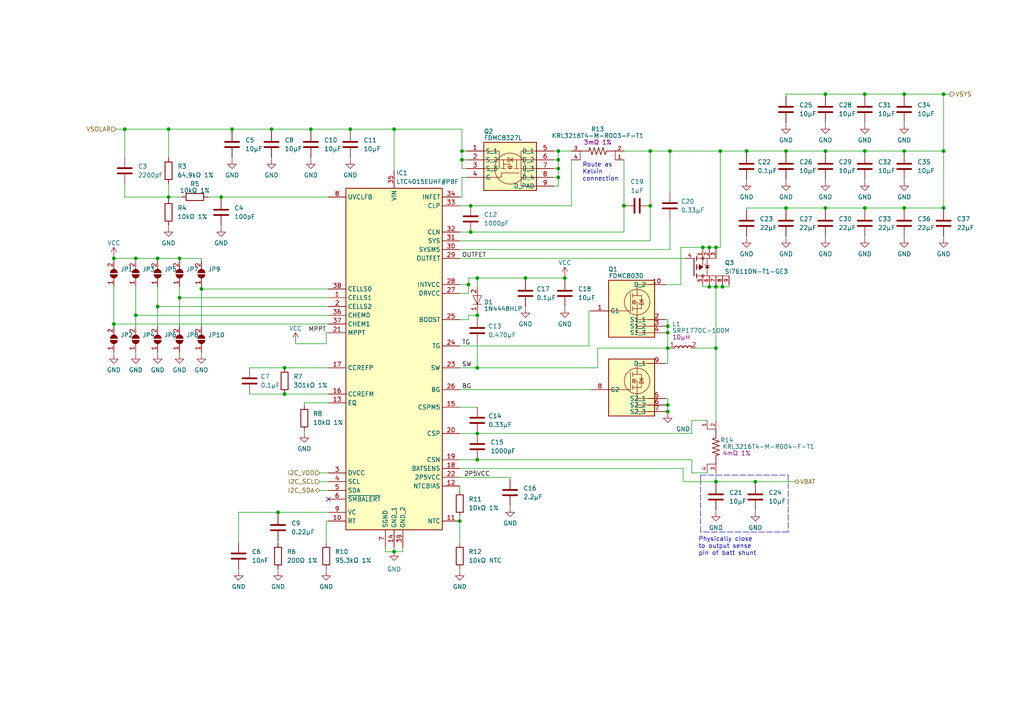
<source format=kicad_sch>
(kicad_sch (version 20211123) (generator eeschema)
  (paper "A4")
  (title_block (title "Walter Feels") (date "2023-10-06") (rev "2.0") (company "DPTechnics BV") (comment 1 "Checked by: Jonas Maes") (comment 2 "Engineer: Daan Pape") (comment 3 "License: GPLv3"))
  (lib_symbols
    (symbol "1N4448HLP-7:1N4448HLP-7" (pin_names hide)
      (property "Reference" "D?" (at -5.08 5.08 0))
      (property "Value" "1N4448HLP-7" (at 0.635 3.175 0))
      (property "JLCPCB" "C154874" (at -2.54 -3.175 0))
      (symbol "1N4448HLP-7_1_1"
        (pin passive line (at -3.81 0 0) (length 2.54) (name "K") (number "1"))
        (pin passive line (at 3.81 0 180) (length 2.54) (name "A") (number "2"))
      )
    )
    (symbol "Device:C" (pin_numbers hide) (pin_names (offset 0.254))
      (property "Reference" "C" (at 0.635 2.54 0))
      (property "Value" "C" (at 0.635 -2.54 0))
      (symbol "C_1_1"
        (pin passive line (at 0 3.81 270) (length 2.794) (name "~") (number "1"))
        (pin passive line (at 0 -3.81 90) (length 2.794) (name "~") (number "2"))
      )
    )
    (symbol "Device:R" (pin_numbers hide) (pin_names (offset 0))
      (property "Reference" "R" (at 2.032 0 90))
      (property "Value" "R" (at 0 0 90))
      (symbol "R_1_1"
        (pin passive line (at 0 3.81 270) (length 1.27) (name "~") (number "1"))
        (pin passive line (at 0 -3.81 90) (length 1.27) (name "~") (number "2"))
      )
    )
    (symbol "FDMC8030:FDMC8030"
      (property "Reference" "Q?" (at -5.08 22.86 0))
      (property "Value" "FDMC8030" (at -1.27 20.955 0))
      (symbol "FDMC8030_1_1"
        (pin passive line (at -11.43 10.795 0) (length 5.08) (name "G1") (number "1"))
        (pin passive line (at 10.16 18.415 180) (length 5.08) (name "D_2") (number "10"))
        (pin passive line (at 10.16 8.255 180) (length 5.08) (name "S1_1") (number "2"))
        (pin passive line (at 10.16 6.35 180) (length 5.08) (name "S1_2") (number "3"))
        (pin passive line (at 10.16 4.445 180) (length 5.08) (name "S1_3") (number "4"))
        (pin passive line (at 10.16 -14.605 180) (length 5.08) (name "S2_1") (number "5"))
        (pin passive line (at 10.16 -16.51 180) (length 5.08) (name "S2_2") (number "6"))
        (pin passive line (at 10.16 -18.415 180) (length 5.08) (name "S2_3") (number "7"))
        (pin passive line (at -11.43 -12.065 0) (length 5.08) (name "G2") (number "8"))
        (pin passive line (at 10.16 -4.445 180) (length 5.08) (name "D_1") (number "9"))
      )
    )
    (symbol "FDMC8327L:FDMC8327L"
      (property "Reference" "Q2" (at 5.08 5.715 0))
      (property "Value" "FDMC8327L" (at 5.08 3.81 0))
      (symbol "FDMC8327L_1_1"
        (pin passive line (at 0 0 0) (length 5.08) (name "S_1") (number "1"))
        (pin passive line (at 0 -2.54 0) (length 5.08) (name "S_2") (number "2"))
        (pin passive line (at 0 -5.08 0) (length 5.08) (name "S_3") (number "3"))
        (pin passive line (at 0 -7.62 0) (length 5.08) (name "G") (number "4"))
        (pin passive line (at 25.4 0 180) (length 5.08) (name "D_1") (number "5"))
        (pin passive line (at 25.4 -2.54 180) (length 5.08) (name "D_2") (number "6"))
        (pin passive line (at 25.4 -5.08 180) (length 5.08) (name "D_3") (number "7"))
        (pin passive line (at 25.4 -7.62 180) (length 5.08) (name "D_4") (number "8"))
        (pin passive line (at 25.4 -10.16 180) (length 5.08) (name "D_PAD") (number "9"))
      )
    )
    (symbol "Jumper:SolderJumper_2_Open" (pin_names (offset 0) hide)
      (property "Reference" "JP" (at 0 2.032 0))
      (property "Value" "SolderJumper_2_Open" (at 0 -2.54 0))
      (symbol "SolderJumper_2_Open_1_1"
        (pin passive line (at -3.81 0 0) (length 2.54) (name "A") (number "1"))
        (pin passive line (at 3.81 0 180) (length 2.54) (name "B") (number "2"))
      )
    )
    (symbol "KRL3216T4-M-R003-F-T1:KRL3216T4-M-R003-F-T1" (pin_names (offset 1.016))
      (property "Reference" "R" (at -6.35 -3.175 0))
      (property "Value" "KRL3216T4-M-R003-F-T1" (at -6.35 -5.08 0))
      (symbol "KRL3216T4-M-R003-F-T1_0_0"
        (pin passive line (at -7.62 2.54 0) (length 2.54) (name "~") (number "1"))
        (pin passive line (at -7.62 0 0) (length 2.54) (name "~") (number "2"))
        (pin passive line (at 7.62 0 180) (length 2.54) (name "~") (number "3"))
        (pin passive line (at 7.62 2.54 180) (length 2.54) (name "~") (number "4"))
      )
    )
    (symbol "LTC4015EUHF#PBF:LTC4015EUHF#PBF"
      (property "Reference" "IC**" (at -11.43 49.53 0))
      (property "Value" "LTC4015EUHF#PBF" (at -2.54 6.35 90))
      (symbol "LTC4015EUHF#PBF_1_1"
        (pin input line (at -19.05 16.51 0) (length 5.08) (name "CELLS1") (number "1"))
        (pin input line (at -19.05 -48.26 0) (length 5.08) (name "RT") (number "10"))
        (pin input line (at 19.05 -48.26 180) (length 5.08) (name "NTC") (number "11"))
        (pin output line (at 19.05 -38.1 180) (length 5.08) (name "NTCBIAS") (number "12"))
        (pin input line (at -19.05 -13.97 0) (length 5.08) (name "EQ") (number "13"))
        (pin power_in line (at 0 -55.88 90) (length 5.08) (name "GND_1") (number "14"))
        (pin input line (at 19.05 -15.24 180) (length 5.08) (name "CSPM5") (number "15"))
        (pin input line (at -19.05 -11.43 0) (length 5.08) (name "CCREFM") (number "16"))
        (pin input line (at -19.05 -3.81 0) (length 5.08) (name "CCREFP") (number "17"))
        (pin input line (at 19.05 -33.02 180) (length 5.08) (name "BATSENS") (number "18"))
        (pin input line (at 19.05 -30.48 180) (length 5.08) (name "CSN") (number "19"))
        (pin input line (at -19.05 13.97 0) (length 5.08) (name "CELLS2") (number "2"))
        (pin input line (at 19.05 -22.86 180) (length 5.08) (name "CSP") (number "20"))
        (pin input line (at -19.05 6.35 0) (length 5.08) (name "MPPT") (number "21"))
        (pin input line (at 19.05 -35.56 180) (length 5.08) (name "2P5VCC") (number "22"))
        (pin output line (at 19.05 -3.81 180) (length 5.08) (name "SW") (number "23"))
        (pin output line (at 19.05 2.54 180) (length 5.08) (name "TG") (number "24"))
        (pin output line (at 19.05 10.16 180) (length 5.08) (name "BOOST") (number "25"))
        (pin output line (at 19.05 -10.16 180) (length 5.08) (name "BG") (number "26"))
        (pin input line (at 19.05 17.78 180) (length 5.08) (name "DRVCC") (number "27"))
        (pin output line (at 19.05 20.32 180) (length 5.08) (name "INTVCC") (number "28"))
        (pin output line (at 19.05 27.94 180) (length 5.08) (name "OUTFET") (number "29"))
        (pin input line (at -19.05 -34.29 0) (length 5.08) (name "DVCC") (number "3"))
        (pin input line (at 19.05 30.48 180) (length 5.08) (name "SYSM5") (number "30"))
        (pin input line (at 19.05 33.02 180) (length 5.08) (name "SYS") (number "31"))
        (pin input line (at 19.05 35.56 180) (length 5.08) (name "CLN") (number "32"))
        (pin input line (at 19.05 43.18 180) (length 5.08) (name "CLP") (number "33"))
        (pin output line (at 19.05 45.72 180) (length 5.08) (name "INFET") (number "34"))
        (pin power_in line (at 0 53.34 270) (length 5.08) (name "VIN") (number "35"))
        (pin input line (at -19.05 11.43 0) (length 5.08) (name "CHEM0") (number "36"))
        (pin input line (at -19.05 8.89 0) (length 5.08) (name "CHEM1") (number "37"))
        (pin input line (at -19.05 19.05 0) (length 5.08) (name "CELLS0") (number "38"))
        (pin power_in line (at 2.54 -55.88 90) (length 5.08) (name "GND_2") (number "39"))
        (pin input line (at -19.05 -36.83 0) (length 5.08) (name "SCL") (number "4"))
        (pin bidirectional line (at -19.05 -39.37 0) (length 5.08) (name "SDA") (number "5"))
        (pin output line (at -19.05 -41.91 0) (length 5.08) (name "~{SMBALERT}") (number "6"))
        (pin power_in line (at -2.54 -55.88 90) (length 5.08) (name "SGND") (number "7"))
        (pin input line (at -19.05 45.72 0) (length 5.08) (name "UVCLFB") (number "8"))
        (pin input line (at -19.05 -45.72 0) (length 5.08) (name "VC") (number "9"))
      )
    )
    (symbol "SI7611DN-T1-GE3:SI7611DN-T1-GE3" (pin_names (offset 1.016))
      (property "Reference" "Q3" (at 8.89 1.2701 0))
      (property "Value" "SI7611DN-T1-GE3" (at 8.89 -1.2699 0))
      (symbol "SI7611DN-T1-GE3_0_0"
        (pin passive line (at 2.54 5.08 270) (length 2.54) (name "~") (number "1"))
        (pin passive line (at 4.445 5.08 270) (length 2.54) (name "~") (number "2"))
        (pin passive line (at 6.35 5.08 270) (length 2.54) (name "~") (number "3"))
        (pin passive line (at -2.54 2.54 0) (length 2.54) (name "~") (number "4"))
        (pin passive line (at 2.54 -5.08 90) (length 2.54) (name "~") (number "5"))
        (pin passive line (at 4.445 -5.08 90) (length 2.54) (name "~") (number "6"))
        (pin passive line (at 6.35 -5.08 90) (length 2.54) (name "~") (number "7"))
        (pin passive line (at 8.255 -5.08 90) (length 2.54) (name "~") (number "8"))
        (pin passive line (at 10.16 -5.08 90) (length 2.54) (name "~") (number "9"))
      )
    )
    (symbol "SRP1770C-100M:SRP1770C-100M" (pin_names hide)
      (property "Reference" "L" (at -3.81 6.985 0))
      (property "Value" "SRP1770C-100M" (at -3.81 5.08 0))
      (property "Inductance" "10µH" (at -3.81 3.175 0))
      (symbol "SRP1770C-100M_1_1"
        (pin passive line (at -3.81 0 0) (length 1.27) (name "1") (number "1"))
        (pin passive line (at 3.81 0 180) (length 1.27) (name "2") (number "2"))
      )
    )
    (symbol "power:GND" (power) (pin_names (offset 0))
      (property "Value" "GND" (at 0 -3.81 0))
      (symbol "GND_1_1"
        (pin power_in line (at 0 0 270) (length 0) hide (name "GND") (number "1"))
      )
    )
    (symbol "power:VCC" (power) (pin_names (offset 0))
      (property "Value" "VCC" (at 0 3.81 0))
      (symbol "VCC_1_1"
        (pin power_in line (at 0 0 90) (length 0) hide (name "VCC") (number "1"))
      )
    )
  )
  (junction (at 64.135 57.15))
  (junction (at 161.925 48.895))
  (junction (at 52.07 86.36))
  (junction (at 138.43 91.44))
  (junction (at 161.925 46.355))
  (junction (at 58.42 83.82))
  (junction (at 239.395 43.815))
  (junction (at 250.825 60.325))
  (junction (at 205.74 71.755))
  (junction (at 133.35 151.13))
  (junction (at 194.31 43.815))
  (junction (at 227.965 43.815))
  (junction (at 136.525 59.69))
  (junction (at 152.4 80.645))
  (junction (at 273.685 60.325))
  (junction (at 216.535 43.815))
  (junction (at 78.74 37.465))
  (junction (at 48.895 57.15))
  (junction (at 207.645 83.185))
  (junction (at 193.675 100.965))
  (junction (at 138.43 80.645))
  (junction (at 180.975 59.69))
  (junction (at 208.915 43.815))
  (junction (at 33.02 93.98))
  (junction (at 48.895 37.465))
  (junction (at 227.965 60.325))
  (junction (at 45.72 74.93))
  (junction (at 161.925 51.435))
  (junction (at 67.31 37.465))
  (junction (at 273.685 27.305))
  (junction (at 138.43 106.68))
  (junction (at 90.17 37.465))
  (junction (at 45.72 88.9))
  (junction (at 193.675 96.52))
  (junction (at 33.02 74.93))
  (junction (at 82.55 106.68))
  (junction (at 207.645 100.965))
  (junction (at 207.645 71.755))
  (junction (at 239.395 27.305))
  (junction (at 114.3 37.465))
  (junction (at 219.075 139.7))
  (junction (at 101.6 37.465))
  (junction (at 250.825 43.815))
  (junction (at 188.595 59.69))
  (junction (at 262.255 60.325))
  (junction (at 262.255 43.815))
  (junction (at 136.525 67.31))
  (junction (at 193.675 94.615))
  (junction (at 133.985 46.355))
  (junction (at 273.685 43.815))
  (junction (at 188.595 43.815))
  (junction (at 114.3 160.02))
  (junction (at 135.89 82.55))
  (junction (at 80.645 148.59))
  (junction (at 239.395 60.325))
  (junction (at 207.645 139.7))
  (junction (at 262.255 27.305))
  (junction (at 193.675 119.38))
  (junction (at 209.55 83.185))
  (junction (at 52.07 74.93))
  (junction (at 138.43 133.35))
  (junction (at 161.925 43.815))
  (junction (at 39.37 91.44))
  (junction (at 250.825 27.305))
  (junction (at 36.195 37.465))
  (junction (at 133.985 43.815))
  (junction (at 193.675 117.475))
  (junction (at 138.43 125.73))
  (junction (at 39.37 74.93))
  (junction (at 203.835 71.755))
  (junction (at 205.74 83.185))
  (junction (at 163.83 80.645))
  (junction (at 82.55 114.3))
  (no_connect (at 95.25 144.78))
  (wire (pts (xy 67.31 37.465) (xy 78.74 37.465)))
  (wire (pts (xy 138.43 106.68) (xy 173.355 106.68)))
  (wire (pts (xy 95.25 151.13) (xy 94.615 151.13)))
  (wire (pts (xy 200.66 137.16) (xy 200.66 133.35)))
  (wire (pts (xy 160.655 51.435) (xy 161.925 51.435)))
  (wire (pts (xy 39.37 83.185) (xy 39.37 91.44)))
  (wire (pts (xy 208.915 43.815) (xy 208.915 71.755)))
  (wire (pts (xy 239.395 60.96) (xy 239.395 60.325)))
  (polyline (pts (xy 203.2 139.065) (xy 203.2 137.795)))
  (wire (pts (xy 52.07 74.93) (xy 58.42 74.93)))
  (wire (pts (xy 133.35 133.35) (xy 138.43 133.35)))
  (wire (pts (xy 82.55 106.68) (xy 95.25 106.68)))
  (wire (pts (xy 194.31 43.815) (xy 208.915 43.815)))
  (wire (pts (xy 193.04 92.71) (xy 193.675 92.71)))
  (wire (pts (xy 52.705 57.15) (xy 48.895 57.15)))
  (wire (pts (xy 173.355 106.68) (xy 173.355 100.965)))
  (wire (pts (xy 201.93 100.965) (xy 207.645 100.965)))
  (wire (pts (xy 58.42 102.87) (xy 58.42 102.235)))
  (wire (pts (xy 133.35 125.73) (xy 138.43 125.73)))
  (wire (pts (xy 239.395 69.215) (xy 239.395 68.58)))
  (wire (pts (xy 133.985 37.465) (xy 114.3 37.465)))
  (wire (pts (xy 203.835 83.185) (xy 205.74 83.185)))
  (wire (pts (xy 52.07 74.93) (xy 52.07 75.565)))
  (wire (pts (xy 170.815 100.33) (xy 170.815 90.17)))
  (wire (pts (xy 211.455 82.55) (xy 211.455 83.185)))
  (wire (pts (xy 90.17 37.465) (xy 101.6 37.465)))
  (wire (pts (xy 111.76 158.75) (xy 111.76 160.02)))
  (wire (pts (xy 188.595 43.815) (xy 194.31 43.815)))
  (wire (pts (xy 160.655 46.355) (xy 161.925 46.355)))
  (wire (pts (xy 273.685 43.815) (xy 273.685 60.325)))
  (wire (pts (xy 273.685 69.215) (xy 273.685 68.58)))
  (wire (pts (xy 198.12 139.7) (xy 198.12 135.89)))
  (wire (pts (xy 133.35 59.69) (xy 136.525 59.69)))
  (wire (pts (xy 138.43 90.805) (xy 138.43 91.44)))
  (wire (pts (xy 193.675 96.52) (xy 193.675 100.965)))
  (wire (pts (xy 193.04 115.57) (xy 193.675 115.57)))
  (wire (pts (xy 193.04 119.38) (xy 193.675 119.38)))
  (wire (pts (xy 273.685 60.325) (xy 262.255 60.325)))
  (wire (pts (xy 95.25 116.84) (xy 88.265 116.84)))
  (wire (pts (xy 207.645 83.185) (xy 209.55 83.185)))
  (wire (pts (xy 161.925 43.815) (xy 165.735 43.815)))
  (wire (pts (xy 52.07 83.185) (xy 52.07 86.36)))
  (wire (pts (xy 48.895 53.34) (xy 48.895 57.15)))
  (wire (pts (xy 80.645 165.735) (xy 80.645 165.1)))
  (wire (pts (xy 216.535 43.815) (xy 227.965 43.815)))
  (wire (pts (xy 188.595 43.815) (xy 188.595 59.69)))
  (wire (pts (xy 262.255 52.705) (xy 262.255 52.07)))
  (wire (pts (xy 193.675 105.41) (xy 193.04 105.41)))
  (wire (pts (xy 133.985 46.355) (xy 133.985 43.815)))
  (wire (pts (xy 250.825 60.96) (xy 250.825 60.325)))
  (wire (pts (xy 227.965 44.45) (xy 227.965 43.815)))
  (polyline (pts (xy 228.6 154.305) (xy 203.2 154.305)))
  (wire (pts (xy 205.74 83.185) (xy 207.645 83.185)))
  (wire (pts (xy 33.655 37.465) (xy 36.195 37.465)))
  (wire (pts (xy 262.255 44.45) (xy 262.255 43.815)))
  (wire (pts (xy 193.04 94.615) (xy 193.675 94.615)))
  (wire (pts (xy 133.35 69.85) (xy 188.595 69.85)))
  (wire (pts (xy 160.655 48.895) (xy 161.925 48.895)))
  (wire (pts (xy 33.02 74.93) (xy 39.37 74.93)))
  (wire (pts (xy 188.595 69.85) (xy 188.595 59.69)))
  (wire (pts (xy 72.39 114.3) (xy 82.55 114.3)))
  (wire (pts (xy 197.485 71.755) (xy 203.835 71.755)))
  (wire (pts (xy 114.3 160.02) (xy 116.84 160.02)))
  (wire (pts (xy 80.645 157.48) (xy 80.645 156.845)))
  (wire (pts (xy 161.925 43.815) (xy 161.925 46.355)))
  (wire (pts (xy 262.255 27.305) (xy 273.685 27.305)))
  (wire (pts (xy 163.83 89.535) (xy 163.83 88.9)))
  (wire (pts (xy 39.37 102.87) (xy 39.37 102.235)))
  (wire (pts (xy 227.965 36.195) (xy 227.965 35.56)))
  (wire (pts (xy 138.43 125.73) (xy 200.66 125.73)))
  (wire (pts (xy 193.675 115.57) (xy 193.675 117.475)))
  (wire (pts (xy 133.35 57.15) (xy 133.985 57.15)))
  (wire (pts (xy 205.105 137.16) (xy 200.66 137.16)))
  (wire (pts (xy 193.675 117.475) (xy 193.675 119.38)))
  (wire (pts (xy 39.37 75.565) (xy 39.37 74.93)))
  (wire (pts (xy 133.985 57.15) (xy 133.985 51.435)))
  (wire (pts (xy 101.6 38.1) (xy 101.6 37.465)))
  (wire (pts (xy 208.915 43.815) (xy 216.535 43.815)))
  (wire (pts (xy 216.535 69.215) (xy 216.535 68.58)))
  (wire (pts (xy 209.55 83.185) (xy 211.455 83.185)))
  (wire (pts (xy 39.37 74.93) (xy 45.72 74.93)))
  (wire (pts (xy 250.825 69.215) (xy 250.825 68.58)))
  (wire (pts (xy 92.71 137.16) (xy 95.25 137.16)))
  (wire (pts (xy 133.35 100.33) (xy 170.815 100.33)))
  (wire (pts (xy 90.17 38.1) (xy 90.17 37.465)))
  (wire (pts (xy 135.89 92.71) (xy 135.89 91.44)))
  (wire (pts (xy 133.35 138.43) (xy 147.955 138.43)))
  (wire (pts (xy 193.04 117.475) (xy 193.675 117.475)))
  (wire (pts (xy 33.02 93.98) (xy 95.25 93.98)))
  (wire (pts (xy 138.43 91.44) (xy 138.43 92.075)))
  (wire (pts (xy 250.825 27.305) (xy 262.255 27.305)))
  (wire (pts (xy 239.395 44.45) (xy 239.395 43.815)))
  (polyline (pts (xy 228.6 137.795) (xy 228.6 154.305)))
  (wire (pts (xy 133.35 67.31) (xy 136.525 67.31)))
  (wire (pts (xy 152.4 89.535) (xy 152.4 88.9)))
  (wire (pts (xy 262.255 43.815) (xy 273.685 43.815)))
  (wire (pts (xy 114.3 37.465) (xy 114.3 49.53)))
  (wire (pts (xy 262.255 27.305) (xy 262.255 27.94)))
  (wire (pts (xy 180.975 43.815) (xy 188.595 43.815)))
  (wire (pts (xy 227.965 60.325) (xy 216.535 60.325)))
  (wire (pts (xy 239.395 27.305) (xy 227.965 27.305)))
  (wire (pts (xy 133.985 43.815) (xy 135.255 43.815)))
  (wire (pts (xy 273.685 27.305) (xy 273.685 43.815)))
  (wire (pts (xy 94.615 96.52) (xy 94.615 99.695)))
  (wire (pts (xy 133.35 135.89) (xy 198.12 135.89)))
  (wire (pts (xy 133.35 140.97) (xy 133.35 142.24)))
  (wire (pts (xy 203.835 82.55) (xy 203.835 83.185)))
  (wire (pts (xy 90.17 45.72) (xy 90.17 46.355)))
  (wire (pts (xy 194.31 72.39) (xy 194.31 63.5)))
  (wire (pts (xy 239.395 43.815) (xy 227.965 43.815)))
  (wire (pts (xy 180.975 59.69) (xy 180.975 67.31)))
  (wire (pts (xy 95.25 88.9) (xy 45.72 88.9)))
  (wire (pts (xy 80.645 149.225) (xy 80.645 148.59)))
  (wire (pts (xy 135.89 80.645) (xy 135.89 82.55)))
  (wire (pts (xy 33.02 74.295) (xy 33.02 74.93)))
  (wire (pts (xy 69.215 165.735) (xy 69.215 165.1)))
  (wire (pts (xy 135.255 48.895) (xy 133.985 48.895)))
  (wire (pts (xy 227.965 69.215) (xy 227.965 68.58)))
  (wire (pts (xy 250.825 27.305) (xy 239.395 27.305)))
  (wire (pts (xy 262.255 69.215) (xy 262.255 68.58)))
  (wire (pts (xy 135.89 82.55) (xy 135.89 85.09)))
  (wire (pts (xy 85.725 99.695) (xy 94.615 99.695)))
  (wire (pts (xy 205.74 71.755) (xy 205.74 72.39)))
  (wire (pts (xy 48.895 37.465) (xy 67.31 37.465)))
  (wire (pts (xy 135.89 91.44) (xy 138.43 91.44)))
  (wire (pts (xy 60.325 57.15) (xy 64.135 57.15)))
  (wire (pts (xy 147.955 138.43) (xy 147.955 139.065)))
  (wire (pts (xy 69.215 148.59) (xy 80.645 148.59)))
  (wire (pts (xy 133.985 43.815) (xy 133.985 37.465)))
  (wire (pts (xy 64.135 57.15) (xy 95.25 57.15)))
  (wire (pts (xy 273.685 27.305) (xy 275.59 27.305)))
  (wire (pts (xy 250.825 44.45) (xy 250.825 43.815)))
  (wire (pts (xy 207.645 139.7) (xy 207.645 140.335)))
  (wire (pts (xy 39.37 91.44) (xy 95.25 91.44)))
  (wire (pts (xy 135.89 80.645) (xy 138.43 80.645)))
  (wire (pts (xy 170.815 90.17) (xy 171.45 90.17)))
  (wire (pts (xy 138.43 80.645) (xy 138.43 83.185)))
  (wire (pts (xy 165.735 46.355) (xy 165.735 59.69)))
  (wire (pts (xy 161.925 48.895) (xy 161.925 51.435)))
  (wire (pts (xy 207.645 83.185) (xy 207.645 100.965)))
  (wire (pts (xy 114.3 158.75) (xy 114.3 160.02)))
  (wire (pts (xy 45.72 74.93) (xy 52.07 74.93)))
  (wire (pts (xy 262.255 36.195) (xy 262.255 35.56)))
  (wire (pts (xy 85.725 99.06) (xy 85.725 99.695)))
  (wire (pts (xy 216.535 52.705) (xy 216.535 52.07)))
  (wire (pts (xy 161.925 46.355) (xy 161.925 48.895)))
  (wire (pts (xy 133.35 106.68) (xy 138.43 106.68)))
  (wire (pts (xy 161.925 51.435) (xy 161.925 53.975)))
  (wire (pts (xy 133.35 82.55) (xy 135.89 82.55)))
  (wire (pts (xy 207.645 148.59) (xy 207.645 147.955)))
  (wire (pts (xy 94.615 165.735) (xy 94.615 165.1)))
  (wire (pts (xy 250.825 52.705) (xy 250.825 52.07)))
  (wire (pts (xy 239.395 27.94) (xy 239.395 27.305)))
  (wire (pts (xy 205.105 121.92) (xy 200.66 121.92)))
  (polyline (pts (xy 203.2 137.795) (xy 228.6 137.795)))
  (wire (pts (xy 133.35 74.93) (xy 198.755 74.93)))
  (wire (pts (xy 163.83 81.28) (xy 163.83 80.645)))
  (wire (pts (xy 193.675 119.38) (xy 193.675 120.015)))
  (wire (pts (xy 193.04 96.52) (xy 193.675 96.52)))
  (wire (pts (xy 45.72 74.93) (xy 45.72 75.565)))
  (wire (pts (xy 147.955 147.32) (xy 147.955 146.685)))
  (wire (pts (xy 133.35 118.11) (xy 138.43 118.11)))
  (wire (pts (xy 36.195 57.15) (xy 48.895 57.15)))
  (wire (pts (xy 133.985 51.435) (xy 135.255 51.435)))
  (wire (pts (xy 133.985 48.895) (xy 133.985 46.355)))
  (wire (pts (xy 194.31 43.815) (xy 194.31 55.88)))
  (wire (pts (xy 193.675 94.615) (xy 193.675 96.52)))
  (wire (pts (xy 88.265 125.73) (xy 88.265 125.095)))
  (wire (pts (xy 33.02 74.93) (xy 33.02 75.565)))
  (wire (pts (xy 160.655 53.975) (xy 161.925 53.975)))
  (wire (pts (xy 133.35 85.09) (xy 135.89 85.09)))
  (wire (pts (xy 250.825 36.195) (xy 250.825 35.56)))
  (wire (pts (xy 227.965 60.96) (xy 227.965 60.325)))
  (wire (pts (xy 33.02 93.98) (xy 33.02 94.615)))
  (wire (pts (xy 193.675 92.71) (xy 193.675 94.615)))
  (wire (pts (xy 80.645 148.59) (xy 95.25 148.59)))
  (wire (pts (xy 101.6 37.465) (xy 114.3 37.465)))
  (wire (pts (xy 39.37 91.44) (xy 39.37 94.615)))
  (wire (pts (xy 152.4 81.28) (xy 152.4 80.645)))
  (wire (pts (xy 165.735 59.69) (xy 136.525 59.69)))
  (wire (pts (xy 262.255 60.325) (xy 250.825 60.325)))
  (wire (pts (xy 209.55 82.55) (xy 209.55 83.185)))
  (wire (pts (xy 180.975 67.31) (xy 136.525 67.31)))
  (wire (pts (xy 180.975 46.355) (xy 180.975 59.69)))
  (wire (pts (xy 207.645 71.755) (xy 207.645 72.39)))
  (wire (pts (xy 160.655 43.815) (xy 161.925 43.815)))
  (wire (pts (xy 133.35 113.03) (xy 171.45 113.03)))
  (wire (pts (xy 133.35 92.71) (xy 135.89 92.71)))
  (wire (pts (xy 88.265 116.84) (xy 88.265 117.475)))
  (wire (pts (xy 219.075 139.7) (xy 230.505 139.7)))
  (wire (pts (xy 52.07 102.87) (xy 52.07 102.235)))
  (wire (pts (xy 133.35 165.735) (xy 133.35 165.1)))
  (wire (pts (xy 95.25 96.52) (xy 94.615 96.52)))
  (wire (pts (xy 101.6 45.72) (xy 101.6 46.355)))
  (wire (pts (xy 58.42 74.93) (xy 58.42 75.565)))
  (wire (pts (xy 193.675 100.965) (xy 193.675 105.41)))
  (wire (pts (xy 163.83 80.01) (xy 163.83 80.645)))
  (wire (pts (xy 227.965 52.705) (xy 227.965 52.07)))
  (wire (pts (xy 36.195 45.72) (xy 36.195 37.465)))
  (wire (pts (xy 67.31 45.72) (xy 67.31 46.355)))
  (wire (pts (xy 163.83 80.645) (xy 152.4 80.645)))
  (wire (pts (xy 173.355 100.965) (xy 193.675 100.965)))
  (wire (pts (xy 239.395 60.325) (xy 227.965 60.325)))
  (wire (pts (xy 58.42 83.185) (xy 58.42 83.82)))
  (wire (pts (xy 48.895 66.04) (xy 48.895 65.405)))
  (wire (pts (xy 92.71 139.7) (xy 95.25 139.7)))
  (wire (pts (xy 52.07 86.36) (xy 95.25 86.36)))
  (wire (pts (xy 64.135 57.15) (xy 64.135 57.785)))
  (wire (pts (xy 48.895 57.15) (xy 48.895 57.785)))
  (wire (pts (xy 250.825 60.325) (xy 239.395 60.325)))
  (wire (pts (xy 116.84 158.75) (xy 116.84 160.02)))
  (wire (pts (xy 94.615 151.13) (xy 94.615 157.48)))
  (wire (pts (xy 33.02 102.87) (xy 33.02 102.235)))
  (wire (pts (xy 227.965 27.94) (xy 227.965 27.305)))
  (wire (pts (xy 197.485 82.55) (xy 197.485 71.755)))
  (wire (pts (xy 200.66 121.92) (xy 200.66 125.73)))
  (wire (pts (xy 48.895 45.72) (xy 48.895 37.465)))
  (wire (pts (xy 33.02 83.185) (xy 33.02 93.98)))
  (wire (pts (xy 133.35 151.13) (xy 133.35 157.48)))
  (wire (pts (xy 78.74 37.465) (xy 90.17 37.465)))
  (wire (pts (xy 52.07 86.36) (xy 52.07 94.615)))
  (wire (pts (xy 250.825 43.815) (xy 239.395 43.815)))
  (wire (pts (xy 82.55 114.3) (xy 95.25 114.3)))
  (polyline (pts (xy 203.2 154.305) (xy 203.2 139.065)))
  (wire (pts (xy 205.74 82.55) (xy 205.74 83.185)))
  (wire (pts (xy 72.39 106.68) (xy 82.55 106.68)))
  (wire (pts (xy 67.31 38.1) (xy 67.31 37.465)))
  (wire (pts (xy 207.645 139.7) (xy 207.645 137.16)))
  (wire (pts (xy 198.12 139.7) (xy 207.645 139.7)))
  (wire (pts (xy 58.42 83.82) (xy 95.25 83.82)))
  (wire (pts (xy 69.215 157.48) (xy 69.215 148.59)))
  (wire (pts (xy 133.35 149.86) (xy 133.35 151.13)))
  (wire (pts (xy 207.645 71.755) (xy 208.915 71.755)))
  (wire (pts (xy 111.76 160.02) (xy 114.3 160.02)))
  (wire (pts (xy 36.195 37.465) (xy 48.895 37.465)))
  (wire (pts (xy 193.04 82.55) (xy 197.485 82.55)))
  (wire (pts (xy 133.985 46.355) (xy 135.255 46.355)))
  (wire (pts (xy 58.42 83.82) (xy 58.42 94.615)))
  (wire (pts (xy 216.535 43.815) (xy 216.535 44.45)))
  (wire (pts (xy 203.835 72.39) (xy 203.835 71.755)))
  (wire (pts (xy 207.645 100.965) (xy 207.645 121.92)))
  (wire (pts (xy 78.74 38.1) (xy 78.74 37.465)))
  (wire (pts (xy 203.835 71.755) (xy 205.74 71.755)))
  (wire (pts (xy 262.255 43.815) (xy 250.825 43.815)))
  (wire (pts (xy 133.35 72.39) (xy 194.31 72.39)))
  (wire (pts (xy 239.395 36.195) (xy 239.395 35.56)))
  (wire (pts (xy 207.645 82.55) (xy 207.645 83.185)))
  (wire (pts (xy 64.135 65.405) (xy 64.135 66.04)))
  (wire (pts (xy 45.72 83.185) (xy 45.72 88.9)))
  (wire (pts (xy 138.43 133.35) (xy 200.66 133.35)))
  (wire (pts (xy 219.075 140.335) (xy 219.075 139.7)))
  (wire (pts (xy 273.685 60.96) (xy 273.685 60.325)))
  (wire (pts (xy 219.075 148.59) (xy 219.075 147.955)))
  (wire (pts (xy 262.255 60.96) (xy 262.255 60.325)))
  (wire (pts (xy 36.195 53.34) (xy 36.195 57.15)))
  (wire (pts (xy 205.74 71.755) (xy 207.645 71.755)))
  (wire (pts (xy 219.075 139.7) (xy 207.645 139.7)))
  (wire (pts (xy 92.71 142.24) (xy 95.25 142.24)))
  (wire (pts (xy 45.72 102.87) (xy 45.72 102.235)))
  (wire (pts (xy 78.74 45.72) (xy 78.74 46.355)))
  (wire (pts (xy 250.825 27.94) (xy 250.825 27.305)))
  (wire (pts (xy 45.72 88.9) (xy 45.72 94.615)))
  (wire (pts (xy 138.43 80.645) (xy 152.4 80.645)))
  (wire (pts (xy 138.43 99.695) (xy 138.43 106.68)))
  (wire (pts (xy 194.31 100.965) (xy 193.675 100.965)))
  (wire (pts (xy 216.535 60.96) (xy 216.535 60.325)))
  (wire (pts (xy 239.395 52.705) (xy 239.395 52.07)))
  (text "Route as\nKelvin\nconnection" (at 168.91 52.705 0) (effects (font (size 1.27 1.27)) (justify left bottom)))
  (text "Physically close\nto output sense\npin of batt shunt" (at 202.565 161.29 0) (effects (font (size 1.27 1.27)) (justify left bottom)))
  (label "BG" (at 133.985 113.03 0))
  (label "TG" (at 133.985 100.33 0))
  (label "SW" (at 133.985 106.68 0))
  (label "MPPT" (at 94.615 96.52 180))
  (label "2P5VCC" (at 134.62 138.43 0))
  (label "OUTFET" (at 133.985 74.93 0))
  (hierarchical_label "VSYS" (shape output) (at 275.59 27.305 0))
  (hierarchical_label "I2C_SDA" (shape bidirectional) (at 92.71 142.24 180))
  (hierarchical_label "VBAT" (shape bidirectional) (at 230.505 139.7 0))
  (hierarchical_label "VSOLAR" (shape input) (at 33.655 37.465 180))
  (hierarchical_label "I2C_VDD" (shape input) (at 92.71 137.16 180))
  (hierarchical_label "I2C_SCL" (shape input) (at 92.71 139.7 180))
  (symbol (lib_id "FDMC8030:FDMC8030") (at 182.88 100.965 0) (unit 1)
    (property "Reference" "Q1" (at 177.8 78.105 0))
    (property "Value" "FDMC8030" (at 181.61 80.01 0))
    (property "Footprint" "LIB_FDMC8030:FDMC89521L" (effects hide))
    (property "JLCPCB" "C890952" (effects hide))
  )
  (symbol (lib_id "power:GND") (at 207.645 148.59 0) (unit 1)
    (property "Reference" "#PWR038" (effects hide))
    (property "Value" "GND" (at 207.645 153.035 0))
  )
  (symbol (lib_id "Device:C") (at 138.43 121.92 180) (unit 1)
    (property "Reference" "C14" (at 141.605 120.6499 0) (effects (justify right)))
    (property "Value" "0.33μF" (at 141.605 123.1899 0) (effects (justify right)))
    (property "Footprint" "Capacitor_SMD:C_0603_1608Metric" (effects hide))
    (property "JLCPCB" "C1615" (effects hide))
  )
  (symbol (lib_id "Jumper:SolderJumper_2_Open") (at 39.37 79.375 90) (unit 1)
    (property "Reference" "JP3" (at 41.275 78.1049 90) (effects (justify right)))
    (property "Value" "SolderJumper_2_Open" (effects hide))
    (property "Footprint" "Jumper:SolderJumper-2_P1.3mm_Open_TrianglePad1.0x1.5mm" (effects hide))
    (property "State" "Open" (effects hide))
  )
  (symbol (lib_id "Device:C") (at 101.6 41.91 0) (unit 1)
    (property "Reference" "C11" (at 105.41 40.6399 0) (effects (justify left)))
    (property "Value" "10µF" (at 105.41 43.1799 0) (effects (justify left)))
    (property "Footprint" "Capacitor_SMD:C_1206_3216Metric" (effects hide))
    (property "JLCPCB" "C13585" (effects hide))
  )
  (symbol (lib_id "Device:C") (at 207.645 144.145 0) (unit 1)
    (property "Reference" "C21" (at 211.455 142.8749 0) (effects (justify left)))
    (property "Value" "10µF" (at 211.455 145.4149 0) (effects (justify left)))
    (property "Footprint" "Capacitor_SMD:C_1206_3216Metric" (effects hide))
    (property "JLCPCB" "C13585" (effects hide))
  )
  (symbol (lib_id "power:GND") (at 250.825 69.215 0) (unit 1)
    (property "Reference" "#PWR050" (effects hide))
    (property "Value" "GND" (at 250.825 73.66 0))
  )
  (symbol (lib_id "Device:R") (at 48.895 49.53 0) (unit 1)
    (property "Reference" "R3" (at 51.435 48.2599 0) (effects (justify left)))
    (property "Value" "64,9kΩ 1%" (at 51.435 50.7999 0) (effects (justify left)))
    (property "Footprint" "Resistor_SMD:R_0603_1608Metric" (effects hide))
    (property "JLCPCB" "C137810" (effects hide))
  )
  (symbol (lib_id "Jumper:SolderJumper_2_Open") (at 39.37 98.425 90) (unit 1)
    (property "Reference" "JP4" (at 41.275 97.1549 90) (effects (justify right)))
    (property "Value" "SolderJumper_2_Open" (effects hide))
    (property "Footprint" "Jumper:SolderJumper-2_P1.3mm_Open_TrianglePad1.0x1.5mm" (effects hide))
    (property "State" "Open" (effects hide))
  )
  (symbol (lib_id "Device:C") (at 262.255 48.26 0) (unit 1)
    (property "Reference" "C35" (at 266.065 46.9899 0) (effects (justify left)))
    (property "Value" "10µF" (at 266.065 49.5299 0) (effects (justify left)))
    (property "Footprint" "Capacitor_SMD:C_1206_3216Metric" (effects hide))
    (property "JLCPCB" "C13585" (effects hide))
  )
  (symbol (lib_id "Device:R") (at 133.35 146.05 0) (unit 1)
    (property "Reference" "R11" (at 135.89 144.7799 0) (effects (justify left)))
    (property "Value" "10kΩ 1%" (at 135.89 147.3199 0) (effects (justify left)))
    (property "Footprint" "Resistor_SMD:R_0603_1608Metric" (effects hide))
    (property "JLCPCB" "C25804" (effects hide))
  )
  (symbol (lib_id "power:GND") (at 67.31 46.355 0) (unit 1)
    (property "Reference" "#PWR022" (effects hide))
    (property "Value" "GND" (at 67.31 50.8 0))
  )
  (symbol (lib_id "Device:R") (at 80.645 161.29 0) (unit 1)
    (property "Reference" "R6" (at 83.185 160.0199 0) (effects (justify left)))
    (property "Value" "200Ω 1%" (at 83.185 162.5599 0) (effects (justify left)))
    (property "Footprint" "Resistor_SMD:R_0603_1608Metric" (effects hide))
    (property "JLCPCB" "C8218" (effects hide))
  )
  (symbol (lib_id "KRL3216T4-M-R003-F-T1:KRL3216T4-M-R003-F-T1") (at 173.355 43.815 180) (unit 1)
    (property "Reference" "R13" (at 173.355 37.465 0))
    (property "Value" "KRL3216T4-M-R003-F-T1" (at 173.355 39.37 0))
    (property "Footprint" "KRL3216T4-M-R003-F-T1:RES_KRL3216T4-M-R003-F-T1" (effects hide))
    (property "RValue" "3mΩ 1%" (at 173.355 41.275 0))
    (property "JLCPCB" "C4119998" (effects hide))
  )
  (symbol (lib_id "power:GND") (at 216.535 69.215 0) (unit 1)
    (property "Reference" "#PWR040" (effects hide))
    (property "Value" "GND" (at 216.535 73.66 0))
  )
  (symbol (lib_id "Jumper:SolderJumper_2_Open") (at 33.02 79.375 90) (unit 1)
    (property "Reference" "JP1" (at 34.925 78.1049 90) (effects (justify right)))
    (property "Value" "SolderJumper_2_Open" (effects hide))
    (property "Footprint" "Jumper:SolderJumper-2_P1.3mm_Open_TrianglePad1.0x1.5mm" (effects hide))
    (property "State" "Open" (effects hide))
  )
  (symbol (lib_id "power:GND") (at 262.255 36.195 0) (unit 1)
    (property "Reference" "#PWR051" (effects hide))
    (property "Value" "GND" (at 262.255 40.64 0))
  )
  (symbol (lib_id "Device:C") (at 250.825 31.75 0) (unit 1)
    (property "Reference" "C31" (at 254.635 30.4799 0) (effects (justify left)))
    (property "Value" "10µF" (at 254.635 33.0199 0) (effects (justify left)))
    (property "Footprint" "Capacitor_SMD:C_1206_3216Metric" (effects hide))
    (property "JLCPCB" "C13585" (effects hide))
  )
  (symbol (lib_id "SRP1770C-100M:SRP1770C-100M") (at 198.12 100.965 0) (unit 1)
    (property "Reference" "L1" (at 194.945 93.98 0) (effects (justify left)))
    (property "Value" "SRP1770C-100M" (at 194.945 95.885 0) (effects (justify left)))
    (property "Footprint" "SRP1770C-100M:INDPM178169X700N" (effects hide))
    (property "JLCPCB" "C1331642" (effects hide))
    (property "Inductance" "10µH" (at 194.945 97.79 0) (effects (justify left)))
  )
  (symbol (lib_id "power:GND") (at 273.685 69.215 0) (unit 1)
    (property "Reference" "#PWR054" (effects hide))
    (property "Value" "GND" (at 273.685 73.66 0))
  )
  (symbol (lib_id "Device:C") (at 239.395 64.77 0) (unit 1)
    (property "Reference" "C30" (at 243.205 63.4999 0) (effects (justify left)))
    (property "Value" "22µF" (at 243.205 66.0399 0) (effects (justify left)))
    (property "Footprint" "Capacitor_SMD:C_1206_3216Metric" (effects hide))
    (property "JLCPCB" "C12891" (effects hide))
  )
  (symbol (lib_id "Device:C") (at 163.83 85.09 0) (unit 1)
    (property "Reference" "C18" (at 167.64 83.8199 0) (effects (justify left)))
    (property "Value" "10µF" (at 167.64 86.3599 0) (effects (justify left)))
    (property "Footprint" "Capacitor_SMD:C_1206_3216Metric" (effects hide))
    (property "JLCPCB" "C13585" (effects hide))
  )
  (symbol (lib_id "Jumper:SolderJumper_2_Open") (at 33.02 98.425 90) (unit 1)
    (property "Reference" "JP2" (at 34.925 97.1549 90) (effects (justify right)))
    (property "Value" "SolderJumper_2_Open" (effects hide))
    (property "Footprint" "Jumper:SolderJumper-2_P1.3mm_Open_TrianglePad1.0x1.5mm" (effects hide))
    (property "State" "Open" (effects hide))
  )
  (symbol (lib_id "Device:R") (at 56.515 57.15 90) (unit 1)
    (property "Reference" "R5" (at 56.515 53.34 90))
    (property "Value" "10kΩ 1%" (at 56.515 55.245 90))
    (property "Footprint" "Resistor_SMD:R_0603_1608Metric" (effects hide))
    (property "JLCPCB" "C25804" (effects hide))
  )
  (symbol (lib_id "LTC4015EUHF#PBF:LTC4015EUHF#PBF") (at 114.3 102.87 0) (unit 1)
    (property "Reference" "IC1" (at 114.935 50.165 0) (effects (justify left)))
    (property "Value" "LTC4015EUHF#PBF" (at 114.935 52.705 0) (effects (justify left)))
    (property "Footprint" "LTC4015EUHF#PBF:QFN50P500X700X80-39N-D" (effects hide))
    (property "Reference_1" "IC" (effects hide))
    (property "Value_1" "LTC4015EUHF#PBF" (effects hide))
    (property "Footprint_1" "QFN50P500X700X80-39N-D" (effects hide))
    (property "Datasheet_1" "https://datasheet.datasheetarchive.com/originals/distributors/DKDS-14/269693.pdf" (effects hide))
    (property "Height" "0.8" (effects hide))
    (property "Manufacturer_Name" "Analog Devices" (effects hide))
    (property "Manufacturer_Part_Number" "LTC4015EUHF#PBF" (effects hide))
    (property "Mouser Part Number" "584-LTC4015EUHF#PBF" (effects hide))
    (property "Mouser Price/Stock" "https://www.mouser.co.uk/ProductDetail/Analog-Devices/LTC4015EUHFPBF?qs=oahfZPh6IAKu8TTKaHkJkw%3D%3D" (effects hide))
    (property "Arrow Part Number" "LTC4015EUHF#PBF" (effects hide))
    (property "Arrow Price/Stock" "https://www.arrow.com/en/products/ltc4015euhfpbf/analog-devices?region=nac" (effects hide))
    (property "JLCPCB" "C687159" (effects hide))
  )
  (symbol (lib_id "Device:C") (at 227.965 31.75 0) (unit 1)
    (property "Reference" "C25" (at 231.775 30.4799 0) (effects (justify left)))
    (property "Value" "10µF" (at 231.775 33.0199 0) (effects (justify left)))
    (property "Footprint" "Capacitor_SMD:C_1206_3216Metric" (effects hide))
    (property "JLCPCB" "C13585" (effects hide))
  )
  (symbol (lib_id "power:GND") (at 250.825 36.195 0) (unit 1)
    (property "Reference" "#PWR048" (effects hide))
    (property "Value" "GND" (at 250.825 40.64 0))
  )
  (symbol (lib_id "Device:C") (at 262.255 31.75 0) (unit 1)
    (property "Reference" "C34" (at 266.065 30.4799 0) (effects (justify left)))
    (property "Value" "10µF" (at 266.065 33.0199 0) (effects (justify left)))
    (property "Footprint" "Capacitor_SMD:C_1206_3216Metric" (effects hide))
    (property "JLCPCB" "C13585" (effects hide))
  )
  (symbol (lib_id "power:GND") (at 101.6 46.355 0) (unit 1)
    (property "Reference" "#PWR030" (effects hide))
    (property "Value" "GND" (at 101.6 50.8 0))
  )
  (symbol (lib_id "Device:C") (at 80.645 153.035 0) (unit 1)
    (property "Reference" "C9" (at 84.455 151.7649 0) (effects (justify left)))
    (property "Value" "0.22μF" (at 84.455 154.3049 0) (effects (justify left)))
    (property "Footprint" "Capacitor_SMD:C_0603_1608Metric" (effects hide))
    (property "JLCPCB" "C21120" (effects hide))
  )
  (symbol (lib_id "SI7611DN-T1-GE3:SI7611DN-T1-GE3") (at 201.295 77.47 0) (unit 1)
    (property "Reference" "Q3" (at 210.185 76.1999 0) (effects (justify left)))
    (property "Value" "SI7611DN-T1-GE3" (at 210.185 78.7399 0) (effects (justify left)))
    (property "Footprint" "SI7611DN-T1-GE3:VISHAY_SIS468DN-T1-GE3" (effects hide))
    (property "JLCPCB" "C506599" (effects hide))
  )
  (symbol (lib_id "Device:C") (at 216.535 64.77 0) (unit 1)
    (property "Reference" "C23" (at 220.345 63.4999 0) (effects (justify left)))
    (property "Value" "22µF" (at 220.345 66.0399 0) (effects (justify left)))
    (property "Footprint" "Capacitor_SMD:C_1206_3216Metric" (effects hide))
    (property "JLCPCB" "C12891" (effects hide))
  )
  (symbol (lib_id "KRL3216T4-M-R003-F-T1:KRL3216T4-M-R003-F-T1") (at 207.645 129.54 90) (mirror x) (unit 1)
    (property "Reference" "R14" (at 210.82 127.635 90))
    (property "Value" "KRL3216T4-M-R004-F-T1" (at 222.885 129.54 90))
    (property "Footprint" "KRL3216T4-M-R003-F-T1:RES_KRL3216T4-M-R003-F-T1" (effects hide))
    (property "RValue" "4mΩ 1%" (at 209.55 131.445 90) (effects (justify right)))
    (property "JLCPCB" "C2090348" (effects hide))
  )
  (symbol (lib_id "Device:C") (at 194.31 59.69 180) (unit 1)
    (property "Reference" "C20" (at 197.485 58.4199 0) (effects (justify right)))
    (property "Value" "0.33μF" (at 197.485 60.9599 0) (effects (justify right)))
    (property "Footprint" "Capacitor_SMD:C_0603_1608Metric" (effects hide))
    (property "JLCPCB" "C1615" (effects hide))
  )
  (symbol (lib_id "power:GND") (at 64.135 66.04 0) (unit 1)
    (property "Reference" "#PWR020" (effects hide))
    (property "Value" "GND" (at 64.135 70.485 0))
  )
  (symbol (lib_id "power:GND") (at 147.955 147.32 0) (unit 1)
    (property "Reference" "#PWR033" (effects hide))
    (property "Value" "GND" (at 147.955 151.765 0))
  )
  (symbol (lib_id "power:GND") (at 39.37 102.87 0) (unit 1)
    (property "Reference" "#PWR015" (effects hide))
    (property "Value" "GND" (at 39.37 107.315 0))
  )
  (symbol (lib_id "power:GND") (at 88.265 125.73 0) (unit 1)
    (property "Reference" "#PWR027" (effects hide))
    (property "Value" "GND" (at 88.265 130.175 0))
  )
  (symbol (lib_id "power:GND") (at 239.395 69.215 0) (unit 1)
    (property "Reference" "#PWR047" (effects hide))
    (property "Value" "GND" (at 239.395 73.66 0))
  )
  (symbol (lib_id "power:GND") (at 227.965 69.215 0) (unit 1)
    (property "Reference" "#PWR044" (effects hide))
    (property "Value" "GND" (at 227.965 73.66 0))
  )
  (symbol (lib_id "Device:C") (at 138.43 129.54 0) (unit 1)
    (property "Reference" "C15" (at 142.24 128.2699 0) (effects (justify left)))
    (property "Value" "1000pF" (at 142.24 130.8099 0) (effects (justify left)))
    (property "Footprint" "Capacitor_SMD:C_0603_1608Metric" (effects hide))
    (property "JLCPCB" "C1588" (effects hide))
  )
  (symbol (lib_id "power:GND") (at 239.395 36.195 0) (unit 1)
    (property "Reference" "#PWR045" (effects hide))
    (property "Value" "GND" (at 239.395 40.64 0))
  )
  (symbol (lib_id "Device:C") (at 219.075 144.145 0) (unit 1)
    (property "Reference" "C24" (at 222.885 142.8749 0) (effects (justify left)))
    (property "Value" "10µF" (at 222.885 145.4149 0) (effects (justify left)))
    (property "Footprint" "Capacitor_SMD:C_1206_3216Metric" (effects hide))
    (property "JLCPCB" "C13585" (effects hide))
  )
  (symbol (lib_id "Device:C") (at 36.195 49.53 0) (unit 1)
    (property "Reference" "C3" (at 40.005 48.2599 0) (effects (justify left)))
    (property "Value" "2200pF" (at 40.005 50.7999 0) (effects (justify left)))
    (property "Footprint" "Capacitor_SMD:C_0603_1608Metric" (effects hide))
    (property "JLCPCB" "C1604" (effects hide))
  )
  (symbol (lib_id "power:GND") (at 58.42 102.87 0) (unit 1)
    (property "Reference" "#PWR019" (effects hide))
    (property "Value" "GND" (at 58.42 107.315 0))
  )
  (symbol (lib_id "power:GND") (at 262.255 52.705 0) (unit 1)
    (property "Reference" "#PWR052" (effects hide))
    (property "Value" "GND" (at 262.255 57.15 0))
  )
  (symbol (lib_id "power:GND") (at 216.535 52.705 0) (unit 1)
    (property "Reference" "#PWR039" (effects hide))
    (property "Value" "GND" (at 216.535 57.15 0))
  )
  (symbol (lib_id "Device:C") (at 136.525 63.5 0) (unit 1)
    (property "Reference" "C12" (at 140.335 62.2299 0) (effects (justify left)))
    (property "Value" "1000pF" (at 140.335 64.7699 0) (effects (justify left)))
    (property "Footprint" "Capacitor_SMD:C_0603_1608Metric" (effects hide))
    (property "JLCPCB" "C1588" (effects hide))
  )
  (symbol (lib_id "power:GND") (at 227.965 36.195 0) (unit 1)
    (property "Reference" "#PWR042" (effects hide))
    (property "Value" "GND" (at 227.965 40.64 0))
  )
  (symbol (lib_id "power:GND") (at 80.645 165.735 0) (unit 1)
    (property "Reference" "#PWR025" (effects hide))
    (property "Value" "GND" (at 80.645 170.18 0))
  )
  (symbol (lib_id "Device:C") (at 262.255 64.77 0) (unit 1)
    (property "Reference" "C36" (at 266.065 63.4999 0) (effects (justify left)))
    (property "Value" "22µF" (at 266.065 66.0399 0) (effects (justify left)))
    (property "Footprint" "Capacitor_SMD:C_1206_3216Metric" (effects hide))
    (property "JLCPCB" "C12891" (effects hide))
  )
  (symbol (lib_id "Device:C") (at 239.395 48.26 0) (unit 1)
    (property "Reference" "C29" (at 243.205 46.9899 0) (effects (justify left)))
    (property "Value" "10µF" (at 243.205 49.5299 0) (effects (justify left)))
    (property "Footprint" "Capacitor_SMD:C_1206_3216Metric" (effects hide))
    (property "JLCPCB" "C13585" (effects hide))
  )
  (symbol (lib_id "Device:R") (at 94.615 161.29 0) (unit 1)
    (property "Reference" "R10" (at 97.155 160.0199 0) (effects (justify left)))
    (property "Value" "95.3kΩ 1%" (at 97.155 162.5599 0) (effects (justify left)))
    (property "Footprint" "Resistor_SMD:R_0603_1608Metric" (effects hide))
    (property "JLCPCB" "C23267" (effects hide))
  )
  (symbol (lib_id "1N4448HLP-7:1N4448HLP-7") (at 138.43 86.995 90) (unit 1)
    (property "Reference" "D1" (at 140.335 87.63 90) (effects (justify right)))
    (property "Value" "1N4448HLP" (at 140.335 89.535 90) (effects (justify right)))
    (property "Footprint" "1N4448HLP-7:DESD3V3S1BL7B" (effects hide))
    (property "JLCPCB" "C154874" (effects hide))
  )
  (symbol (lib_id "Device:C") (at 227.965 64.77 0) (unit 1)
    (property "Reference" "C27" (at 231.775 63.4999 0) (effects (justify left)))
    (property "Value" "22µF" (at 231.775 66.0399 0) (effects (justify left)))
    (property "Footprint" "Capacitor_SMD:C_1206_3216Metric" (effects hide))
    (property "JLCPCB" "C12891" (effects hide))
  )
  (symbol (lib_id "Device:C") (at 250.825 48.26 0) (unit 1)
    (property "Reference" "C32" (at 254.635 46.9899 0) (effects (justify left)))
    (property "Value" "10µF" (at 254.635 49.5299 0) (effects (justify left)))
    (property "Footprint" "Capacitor_SMD:C_1206_3216Metric" (effects hide))
    (property "JLCPCB" "C13585" (effects hide))
  )
  (symbol (lib_id "Device:C") (at 184.785 59.69 90) (unit 1)
    (property "Reference" "C19" (at 184.785 52.705 90))
    (property "Value" "1μF" (at 184.785 55.245 90))
    (property "Footprint" "Capacitor_SMD:C_0603_1608Metric" (effects hide))
    (property "JLCPCB" "C15849" (effects hide))
  )
  (symbol (lib_id "power:GND") (at 239.395 52.705 0) (unit 1)
    (property "Reference" "#PWR046" (effects hide))
    (property "Value" "GND" (at 239.395 57.15 0))
  )
  (symbol (lib_id "power:GND") (at 114.3 160.02 0) (unit 1)
    (property "Reference" "#PWR031" (effects hide))
    (property "Value" "GND" (at 114.3 165.1 0))
  )
  (symbol (lib_id "Jumper:SolderJumper_2_Open") (at 58.42 98.425 90) (unit 1)
    (property "Reference" "JP10" (at 60.325 97.1549 90) (effects (justify right)))
    (property "Value" "SolderJumper_2_Open" (effects hide))
    (property "Footprint" "Jumper:SolderJumper-2_P1.3mm_Open_TrianglePad1.0x1.5mm" (effects hide))
    (property "State" "Open" (effects hide))
  )
  (symbol (lib_id "power:GND") (at 45.72 102.87 0) (unit 1)
    (property "Reference" "#PWR016" (effects hide))
    (property "Value" "GND" (at 45.72 107.315 0))
  )
  (symbol (lib_id "power:GND") (at 152.4 89.535 0) (unit 1)
    (property "Reference" "#PWR034" (effects hide))
    (property "Value" "GND" (at 152.4 93.98 0))
  )
  (symbol (lib_id "Device:C") (at 152.4 85.09 0) (unit 1)
    (property "Reference" "C17" (at 155.575 83.82 0) (effects (justify left)))
    (property "Value" "0.1µF" (at 155.575 86.36 0) (effects (justify left)))
    (property "Footprint" "Capacitor_SMD:C_0603_1608Metric" (effects hide))
    (property "JLCPCB" "C14663" (effects hide))
  )
  (symbol (lib_id "power:GND") (at 133.35 165.735 0) (unit 1)
    (property "Reference" "#PWR032" (effects hide))
    (property "Value" "GND" (at 133.35 170.18 0))
  )
  (symbol (lib_id "Device:R") (at 48.895 61.595 0) (unit 1)
    (property "Reference" "R4" (at 51.435 60.3249 0) (effects (justify left)))
    (property "Value" "10kΩ 1%" (at 51.435 62.8649 0) (effects (justify left)))
    (property "Footprint" "Resistor_SMD:R_0603_1608Metric" (effects hide))
    (property "JLCPCB" "C25804" (effects hide))
  )
  (symbol (lib_id "Device:C") (at 78.74 41.91 0) (unit 1)
    (property "Reference" "C8" (at 82.55 40.6399 0) (effects (justify left)))
    (property "Value" "10µF" (at 82.55 43.1799 0) (effects (justify left)))
    (property "Footprint" "Capacitor_SMD:C_1206_3216Metric" (effects hide))
    (property "JLCPCB" "C13585" (effects hide))
  )
  (symbol (lib_id "power:GND") (at 78.74 46.355 0) (unit 1)
    (property "Reference" "#PWR024" (effects hide))
    (property "Value" "GND" (at 78.74 50.8 0))
  )
  (symbol (lib_id "Device:R") (at 88.265 121.285 0) (unit 1)
    (property "Reference" "R8" (at 90.805 120.0149 0) (effects (justify left)))
    (property "Value" "10kΩ 1%" (at 90.805 122.5549 0) (effects (justify left)))
    (property "Footprint" "Resistor_SMD:R_0603_1608Metric" (effects hide))
    (property "JLCPCB" "C25804" (effects hide))
  )
  (symbol (lib_id "Device:C") (at 250.825 64.77 0) (unit 1)
    (property "Reference" "C33" (at 254.635 63.4999 0) (effects (justify left)))
    (property "Value" "22µF" (at 254.635 66.0399 0) (effects (justify left)))
    (property "Footprint" "Capacitor_SMD:C_1206_3216Metric" (effects hide))
    (property "JLCPCB" "C12891" (effects hide))
  )
  (symbol (lib_id "Device:C") (at 72.39 110.49 0) (unit 1)
    (property "Reference" "C7" (at 75.565 109.22 0) (effects (justify left)))
    (property "Value" "0.1µF" (at 75.565 111.76 0) (effects (justify left)))
    (property "Footprint" "Capacitor_SMD:C_0603_1608Metric" (effects hide))
    (property "JLCPCB" "C14663" (effects hide))
  )
  (symbol (lib_id "power:GND") (at 227.965 52.705 0) (unit 1)
    (property "Reference" "#PWR043" (effects hide))
    (property "Value" "GND" (at 227.965 57.15 0))
  )
  (symbol (lib_id "Device:C") (at 69.215 161.29 0) (unit 1)
    (property "Reference" "C6" (at 73.025 160.0199 0) (effects (justify left)))
    (property "Value" "10nF" (at 73.025 162.5599 0) (effects (justify left)))
    (property "Footprint" "Capacitor_SMD:C_0603_1608Metric" (effects hide))
    (property "JLCPCB" "C57112" (effects hide))
  )
  (symbol (lib_id "power:GND") (at 163.83 89.535 0) (unit 1)
    (property "Reference" "#PWR036" (effects hide))
    (property "Value" "GND" (at 163.83 93.98 0))
  )
  (symbol (lib_id "Device:C") (at 64.135 61.595 0) (unit 1)
    (property "Reference" "C4" (at 67.945 60.3249 0) (effects (justify left)))
    (property "Value" "100pF" (at 67.945 62.8649 0) (effects (justify left)))
    (property "Footprint" "Capacitor_SMD:C_0603_1608Metric" (effects hide))
    (property "JLCPCB" "C14858" (effects hide))
  )
  (symbol (lib_id "power:VCC") (at 33.02 74.295 0) (unit 1)
    (property "Reference" "#PWR013" (effects hide))
    (property "Value" "VCC" (at 33.02 70.485 0))
  )
  (symbol (lib_id "power:GND") (at 48.895 66.04 0) (unit 1)
    (property "Reference" "#PWR017" (effects hide))
    (property "Value" "GND" (at 48.895 70.485 0))
  )
  (symbol (lib_id "Jumper:SolderJumper_2_Open") (at 58.42 79.375 90) (unit 1)
    (property "Reference" "JP9" (at 60.325 78.1049 90) (effects (justify right)))
    (property "Value" "SolderJumper_2_Open" (effects hide))
    (property "Footprint" "Jumper:SolderJumper-2_P1.3mm_Open_TrianglePad1.0x1.5mm" (effects hide))
    (property "State" "Open" (effects hide))
  )
  (symbol (lib_id "power:GND") (at 262.255 69.215 0) (unit 1)
    (property "Reference" "#PWR053" (effects hide))
    (property "Value" "GND" (at 262.255 73.66 0))
  )
  (symbol (lib_id "Jumper:SolderJumper_2_Open") (at 52.07 98.425 90) (unit 1)
    (property "Reference" "JP8" (at 53.975 97.1549 90) (effects (justify right)))
    (property "Value" "SolderJumper_2_Open" (effects hide))
    (property "Footprint" "Jumper:SolderJumper-2_P1.3mm_Open_TrianglePad1.0x1.5mm" (effects hide))
    (property "State" "Open" (effects hide))
  )
  (symbol (lib_id "power:GND") (at 52.07 102.87 0) (unit 1)
    (property "Reference" "#PWR018" (effects hide))
    (property "Value" "GND" (at 52.07 107.315 0))
  )
  (symbol (lib_id "power:GND") (at 94.615 165.735 0) (unit 1)
    (property "Reference" "#PWR029" (effects hide))
    (property "Value" "GND" (at 94.615 170.18 0))
  )
  (symbol (lib_id "Device:C") (at 147.955 142.875 0) (unit 1)
    (property "Reference" "C16" (at 151.765 141.6049 0) (effects (justify left)))
    (property "Value" "2.2μF" (at 151.765 144.1449 0) (effects (justify left)))
    (property "Footprint" "Capacitor_SMD:C_0603_1608Metric" (effects hide))
    (property "JLCPCB" "C23630" (effects hide))
  )
  (symbol (lib_id "power:GND") (at 219.075 148.59 0) (unit 1)
    (property "Reference" "#PWR041" (effects hide))
    (property "Value" "GND" (at 219.075 153.035 0))
  )
  (symbol (lib_id "Jumper:SolderJumper_2_Open") (at 45.72 98.425 90) (unit 1)
    (property "Reference" "JP6" (at 47.625 97.1549 90) (effects (justify right)))
    (property "Value" "SolderJumper_2_Open" (effects hide))
    (property "Footprint" "Jumper:SolderJumper-2_P1.3mm_Open_TrianglePad1.0x1.5mm" (effects hide))
    (property "State" "Open" (effects hide))
  )
  (symbol (lib_id "Device:C") (at 227.965 48.26 0) (unit 1)
    (property "Reference" "C26" (at 231.775 46.9899 0) (effects (justify left)))
    (property "Value" "10µF" (at 231.775 49.5299 0) (effects (justify left)))
    (property "Footprint" "Capacitor_SMD:C_1206_3216Metric" (effects hide))
    (property "JLCPCB" "C13585" (effects hide))
  )
  (symbol (lib_id "power:VCC") (at 85.725 99.06 0) (unit 1)
    (property "Reference" "#PWR026" (effects hide))
    (property "Value" "VCC" (at 85.725 95.25 0))
  )
  (symbol (lib_id "power:GND") (at 90.17 46.355 0) (unit 1)
    (property "Reference" "#PWR028" (effects hide))
    (property "Value" "GND" (at 90.17 50.8 0))
  )
  (symbol (lib_id "Device:C") (at 67.31 41.91 0) (unit 1)
    (property "Reference" "C5" (at 71.12 40.6399 0) (effects (justify left)))
    (property "Value" "10µF" (at 71.12 43.1799 0) (effects (justify left)))
    (property "Footprint" "Capacitor_SMD:C_1206_3216Metric" (effects hide))
    (property "JLCPCB" "C13585" (effects hide))
  )
  (symbol (lib_id "FDMC8327L:FDMC8327L") (at 135.255 43.815 0) (unit 1)
    (property "Reference" "Q2" (at 140.335 38.1 0) (effects (justify left)))
    (property "Value" "FDMC8327L" (at 140.335 40.005 0) (effects (justify left)))
    (property "Footprint" "FDMC8327L:FDMC86139P" (effects hide))
    (property "Mouser Part Number" "512-FDMC8327L" (effects hide))
    (property "Mouser Price/Stock" "https://www.mouser.co.uk/ProductDetail/ON-Semiconductor-Fairchild/FDMC8327L?qs=WCuZTSj0%252BHDvMqCYzCnZnA%3D%3D" (effects hide))
    (property "Manufacturer_Name" "onsemi" (effects hide))
    (property "Manufacturer_Part_Number" "FDMC8327L" (effects hide))
    (property "JLCPCB" "C890957" (effects hide))
  )
  (symbol (lib_id "power:GND") (at 250.825 52.705 0) (unit 1)
    (property "Reference" "#PWR049" (effects hide))
    (property "Value" "GND" (at 250.825 57.15 0))
  )
  (symbol (lib_id "Device:C") (at 138.43 95.885 0) (unit 1)
    (property "Reference" "C13" (at 141.605 94.615 0) (effects (justify left)))
    (property "Value" "0.470µF" (at 141.605 97.155 0) (effects (justify left)))
    (property "Footprint" "Capacitor_SMD:C_0603_1608Metric" (effects hide))
    (property "JLCPCB" "C1623" (effects hide))
  )
  (symbol (lib_id "power:GND") (at 193.675 120.015 0) (unit 1)
    (property "Reference" "#PWR037" (effects hide))
    (property "Value" "GND" (at 198.12 124.46 0))
  )
  (symbol (lib_id "Device:R") (at 133.35 161.29 0) (unit 1)
    (property "Reference" "R12" (at 135.89 160.0199 0) (effects (justify left)))
    (property "Value" "10kΩ NTC" (at 135.89 162.5599 0) (effects (justify left)))
    (property "Footprint" "Resistor_SMD:R_0603_1608Metric" (effects hide))
    (property "JLCPCB" "C13564" (effects hide))
  )
  (symbol (lib_id "Jumper:SolderJumper_2_Open") (at 45.72 79.375 90) (unit 1)
    (property "Reference" "JP5" (at 47.625 78.1049 90) (effects (justify right)))
    (property "Value" "SolderJumper_2_Open" (effects hide))
    (property "Footprint" "Jumper:SolderJumper-2_P1.3mm_Open_TrianglePad1.0x1.5mm" (effects hide))
    (property "State" "Open" (effects hide))
  )
  (symbol (lib_id "Jumper:SolderJumper_2_Open") (at 52.07 79.375 90) (unit 1)
    (property "Reference" "JP7" (at 53.975 78.1049 90) (effects (justify right)))
    (property "Value" "SolderJumper_2_Open" (effects hide))
    (property "Footprint" "Jumper:SolderJumper-2_P1.3mm_Open_TrianglePad1.0x1.5mm" (effects hide))
    (property "State" "Open" (effects hide))
  )
  (symbol (lib_id "Device:C") (at 273.685 64.77 0) (unit 1)
    (property "Reference" "C37" (at 277.495 63.4999 0) (effects (justify left)))
    (property "Value" "22µF" (at 277.495 66.0399 0) (effects (justify left)))
    (property "Footprint" "Capacitor_SMD:C_1206_3216Metric" (effects hide))
    (property "JLCPCB" "C12891" (effects hide))
  )
  (symbol (lib_id "power:VCC") (at 163.83 80.01 0) (unit 1)
    (property "Reference" "#PWR035" (effects hide))
    (property "Value" "VCC" (at 163.83 76.2 0))
  )
  (symbol (lib_id "power:GND") (at 69.215 165.735 0) (unit 1)
    (property "Reference" "#PWR023" (effects hide))
    (property "Value" "GND" (at 69.215 170.18 0))
  )
  (symbol (lib_id "Device:C") (at 216.535 48.26 0) (unit 1)
    (property "Reference" "C22" (at 219.71 46.99 0) (effects (justify left)))
    (property "Value" "0.1µF" (at 219.71 49.53 0) (effects (justify left)))
    (property "Footprint" "Capacitor_SMD:C_0603_1608Metric" (effects hide))
    (property "JLCPCB" "C14663" (effects hide))
  )
  (symbol (lib_id "Device:C") (at 90.17 41.91 0) (unit 1)
    (property "Reference" "C10" (at 93.98 40.6399 0) (effects (justify left)))
    (property "Value" "10µF" (at 93.98 43.1799 0) (effects (justify left)))
    (property "Footprint" "Capacitor_SMD:C_1206_3216Metric" (effects hide))
    (property "JLCPCB" "C13585" (effects hide))
  )
  (symbol (lib_id "Device:R") (at 82.55 110.49 0) (unit 1)
    (property "Reference" "R7" (at 85.09 109.2199 0) (effects (justify left)))
    (property "Value" "301kΩ 1%" (at 85.09 111.7599 0) (effects (justify left)))
    (property "Footprint" "Resistor_SMD:R_0603_1608Metric" (effects hide))
    (property "JLCPCB" "C177982" (effects hide))
  )
  (symbol (lib_id "power:GND") (at 33.02 102.87 0) (unit 1)
    (property "Reference" "#PWR014" (effects hide))
    (property "Value" "GND" (at 33.02 107.315 0))
  )
  (symbol (lib_id "Device:C") (at 239.395 31.75 0) (unit 1)
    (property "Reference" "C28" (at 243.205 30.4799 0) (effects (justify left)))
    (property "Value" "10µF" (at 243.205 33.0199 0) (effects (justify left)))
    (property "Footprint" "Capacitor_SMD:C_1206_3216Metric" (effects hide))
    (property "JLCPCB" "C13585" (effects hide))
  )
)
</source>
